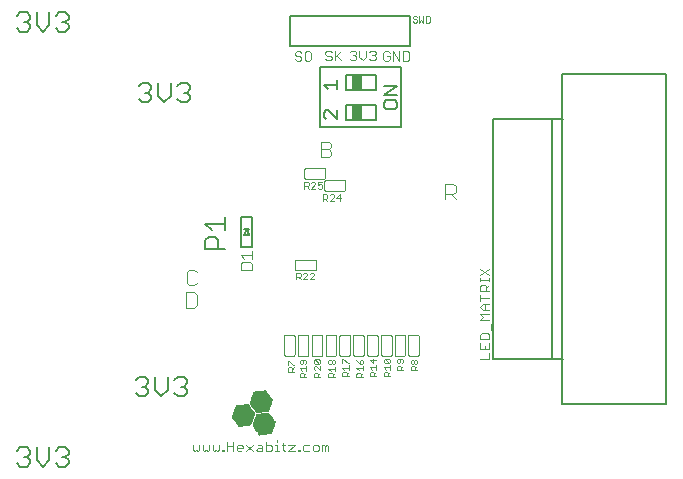
<source format=gbr>
G04 EAGLE Gerber RS-274X export*
G75*
%MOMM*%
%FSLAX34Y34*%
%LPD*%
%INSilkscreen Top*%
%IPPOS*%
%AMOC8*
5,1,8,0,0,1.08239X$1,22.5*%
G01*
%ADD10C,0.076200*%
%ADD11R,0.014731X0.014731*%
%ADD12R,0.147319X0.014731*%
%ADD13R,0.265175X0.014731*%
%ADD14R,0.383031X0.014731*%
%ADD15R,0.515619X0.014731*%
%ADD16R,0.633475X0.014731*%
%ADD17R,0.751331X0.014731*%
%ADD18R,0.883919X0.014731*%
%ADD19R,1.001775X0.014731*%
%ADD20R,1.119631X0.014731*%
%ADD21R,1.134363X0.014731*%
%ADD22R,1.149094X0.014731*%
%ADD23R,1.163825X0.014731*%
%ADD24R,1.178556X0.014731*%
%ADD25R,1.193288X0.014731*%
%ADD26R,1.222756X0.014731*%
%ADD27R,1.237488X0.014731*%
%ADD28R,1.266950X0.014731*%
%ADD29R,1.281681X0.014731*%
%ADD30R,1.311144X0.014731*%
%ADD31R,1.325881X0.014731*%
%ADD32R,1.355344X0.014731*%
%ADD33R,1.370075X0.014731*%
%ADD34R,1.384806X0.014731*%
%ADD35R,1.399538X0.014731*%
%ADD36R,1.414275X0.014731*%
%ADD37R,1.443738X0.014731*%
%ADD38R,1.458469X0.014731*%
%ADD39R,1.487931X0.014731*%
%ADD40R,1.502663X0.014731*%
%ADD41R,1.517394X0.014731*%
%ADD42R,1.532125X0.014731*%
%ADD43R,1.546856X0.014731*%
%ADD44R,1.576319X0.014731*%
%ADD45R,1.605788X0.014731*%
%ADD46R,1.620519X0.014731*%
%ADD47R,1.649981X0.014731*%
%ADD48R,1.664713X0.014731*%
%ADD49R,1.694175X0.014731*%
%ADD50R,1.708913X0.014731*%
%ADD51R,1.738375X0.014731*%
%ADD52R,1.753106X0.014731*%
%ADD53R,1.767838X0.014731*%
%ADD54R,1.782569X0.014731*%
%ADD55R,1.797306X0.014731*%
%ADD56R,0.117856X0.014731*%
%ADD57R,1.826769X0.014731*%
%ADD58R,0.235713X0.014731*%
%ADD59R,0.353569X0.014731*%
%ADD60R,1.856231X0.014731*%
%ADD61R,0.486156X0.014731*%
%ADD62R,1.870963X0.014731*%
%ADD63R,0.604013X0.014731*%
%ADD64R,0.721869X0.014731*%
%ADD65R,1.885694X0.014731*%
%ADD66R,0.839719X0.014731*%
%ADD67R,0.972306X0.014731*%
%ADD68R,1.090169X0.014731*%
%ADD69R,1.208025X0.014731*%
%ADD70R,1.252219X0.014731*%
%ADD71R,1.296412X0.014731*%
%ADD72R,1.340612X0.014731*%
%ADD73R,1.826763X0.014731*%
%ADD74R,1.414269X0.014731*%
%ADD75R,1.812031X0.014731*%
%ADD76R,1.429000X0.014731*%
%ADD77R,1.458462X0.014731*%
%ADD78R,1.473200X0.014731*%
%ADD79R,1.723644X0.014731*%
%ADD80R,1.694181X0.014731*%
%ADD81R,1.679450X0.014731*%
%ADD82R,1.561594X0.014731*%
%ADD83R,1.576325X0.014731*%
%ADD84R,1.591056X0.014731*%
%ADD85R,1.635250X0.014731*%
%ADD86R,1.561588X0.014731*%
%ADD87R,1.443731X0.014731*%
%ADD88R,1.797300X0.014731*%
%ADD89R,1.841500X0.014731*%
%ADD90R,1.311150X0.014731*%
%ADD91R,1.296419X0.014731*%
%ADD92R,1.193294X0.014731*%
%ADD93R,0.957575X0.014731*%
%ADD94R,0.589281X0.014731*%
%ADD95R,0.471425X0.014731*%
%ADD96R,0.220975X0.014731*%
%ADD97R,1.812038X0.014731*%
%ADD98R,0.103119X0.014731*%
%ADD99R,0.029463X0.014731*%
%ADD100R,0.162050X0.014731*%
%ADD101R,0.397763X0.014731*%
%ADD102R,0.648206X0.014731*%
%ADD103R,1.679444X0.014731*%
%ADD104R,1.016506X0.014731*%
%ADD105R,1.104900X0.014731*%
%ADD106R,1.222750X0.014731*%
%ADD107R,1.429006X0.014731*%
%ADD108R,1.208019X0.014731*%
%ADD109R,0.987044X0.014731*%
%ADD110R,0.854456X0.014731*%
%ADD111R,0.618744X0.014731*%
%ADD112R,0.500888X0.014731*%
%ADD113R,0.368300X0.014731*%
%ADD114R,0.132587X0.014731*%
%ADD115R,1.664719X0.014731*%
%ADD116R,1.075438X0.014731*%
%ADD117R,0.942844X0.014731*%
%ADD118R,0.707131X0.014731*%
%ADD119R,0.456694X0.014731*%
%ADD120R,0.088388X0.014731*%
%ADD121C,0.101600*%
%ADD122C,0.152400*%
%ADD123C,0.127000*%
%ADD124R,0.635000X1.270000*%


D10*
X-55837Y154480D02*
X-57193Y155836D01*
X-59905Y155836D01*
X-61260Y154480D01*
X-61260Y149057D01*
X-59905Y147701D01*
X-57193Y147701D01*
X-55837Y149057D01*
X-55837Y151768D01*
X-58549Y151768D01*
X-53075Y147701D02*
X-53075Y155836D01*
X-47651Y147701D01*
X-47651Y155836D01*
X-44889Y155836D02*
X-44889Y147701D01*
X-40821Y147701D01*
X-39466Y149057D01*
X-39466Y154480D01*
X-40821Y155836D01*
X-44889Y155836D01*
X-105055Y154607D02*
X-106411Y155963D01*
X-109123Y155963D01*
X-110479Y154607D01*
X-110479Y153251D01*
X-109123Y151895D01*
X-106411Y151895D01*
X-105055Y150540D01*
X-105055Y149184D01*
X-106411Y147828D01*
X-109123Y147828D01*
X-110479Y149184D01*
X-102293Y147828D02*
X-102293Y155963D01*
X-102293Y150540D02*
X-96870Y155963D01*
X-100937Y151895D02*
X-96870Y147828D01*
X-130709Y154099D02*
X-132065Y155455D01*
X-134777Y155455D01*
X-136133Y154099D01*
X-136133Y152743D01*
X-134777Y151387D01*
X-132065Y151387D01*
X-130709Y150032D01*
X-130709Y148676D01*
X-132065Y147320D01*
X-134777Y147320D01*
X-136133Y148676D01*
X-126591Y155455D02*
X-123879Y155455D01*
X-126591Y155455D02*
X-127947Y154099D01*
X-127947Y148676D01*
X-126591Y147320D01*
X-123879Y147320D01*
X-122524Y148676D01*
X-122524Y154099D01*
X-123879Y155455D01*
X-89708Y154861D02*
X-88353Y156217D01*
X-85641Y156217D01*
X-84285Y154861D01*
X-84285Y153505D01*
X-85641Y152149D01*
X-86997Y152149D01*
X-85641Y152149D02*
X-84285Y150794D01*
X-84285Y149438D01*
X-85641Y148082D01*
X-88353Y148082D01*
X-89708Y149438D01*
X-81523Y150794D02*
X-81523Y156217D01*
X-81523Y150794D02*
X-78811Y148082D01*
X-76099Y150794D01*
X-76099Y156217D01*
X-73337Y154861D02*
X-71981Y156217D01*
X-69269Y156217D01*
X-67914Y154861D01*
X-67914Y153505D01*
X-69269Y152149D01*
X-70625Y152149D01*
X-69269Y152149D02*
X-67914Y150794D01*
X-67914Y149438D01*
X-69269Y148082D01*
X-71981Y148082D01*
X-73337Y149438D01*
D11*
X-166174Y-169774D03*
D12*
X-165659Y-169626D03*
D13*
X-165070Y-169479D03*
D14*
X-164628Y-169332D03*
D15*
X-164112Y-169184D03*
D16*
X-163670Y-169037D03*
D17*
X-163081Y-168890D03*
D18*
X-162565Y-168742D03*
D19*
X-162123Y-168595D03*
D20*
X-161681Y-168448D03*
D21*
X-161608Y-168300D03*
D22*
X-161681Y-168153D03*
D23*
X-161755Y-168006D03*
D24*
X-161681Y-167858D03*
D25*
X-161755Y-167711D03*
D26*
X-161755Y-167564D03*
D27*
X-161829Y-167416D03*
X-161829Y-167269D03*
D28*
X-161829Y-167122D03*
D29*
X-161902Y-166975D03*
D30*
X-161902Y-166827D03*
X-161902Y-166680D03*
D31*
X-161976Y-166533D03*
D32*
X-161976Y-166385D03*
D33*
X-162050Y-166238D03*
D34*
X-161976Y-166091D03*
D35*
X-162049Y-165943D03*
D36*
X-162123Y-165796D03*
D37*
X-162123Y-165649D03*
X-162123Y-165501D03*
D38*
X-162197Y-165354D03*
D39*
X-162197Y-165207D03*
D40*
X-162270Y-165059D03*
D41*
X-162197Y-164912D03*
D42*
X-162270Y-164765D03*
D43*
X-162344Y-164617D03*
D44*
X-162344Y-164470D03*
X-162344Y-164323D03*
D45*
X-162344Y-164175D03*
D46*
X-162418Y-164028D03*
X-162418Y-163881D03*
D47*
X-162418Y-163733D03*
D48*
X-162491Y-163586D03*
D49*
X-162491Y-163439D03*
X-162491Y-163292D03*
D50*
X-162565Y-163144D03*
D51*
X-162565Y-162997D03*
D52*
X-162639Y-162850D03*
D53*
X-162565Y-162702D03*
D54*
X-162639Y-162555D03*
D55*
X-162712Y-162408D03*
D56*
X-183190Y-162408D03*
D57*
X-162712Y-162260D03*
D58*
X-182601Y-162260D03*
D57*
X-162712Y-162113D03*
D59*
X-182159Y-162113D03*
D60*
X-162712Y-161966D03*
D61*
X-181643Y-161966D03*
D62*
X-162786Y-161818D03*
D63*
X-181201Y-161818D03*
D62*
X-162786Y-161671D03*
D64*
X-180612Y-161671D03*
D65*
X-162712Y-161524D03*
D66*
X-180170Y-161524D03*
D65*
X-162712Y-161376D03*
D67*
X-179654Y-161376D03*
D62*
X-162639Y-161229D03*
D68*
X-179212Y-161229D03*
D65*
X-162565Y-161082D03*
D20*
X-179065Y-161082D03*
D65*
X-162565Y-160934D03*
D22*
X-179065Y-160934D03*
D65*
X-162418Y-160787D03*
D23*
X-179139Y-160787D03*
D65*
X-162418Y-160640D03*
D24*
X-179212Y-160640D03*
D62*
X-162344Y-160492D03*
D25*
X-179139Y-160492D03*
D65*
X-162270Y-160345D03*
D69*
X-179212Y-160345D03*
D65*
X-162270Y-160198D03*
D27*
X-179212Y-160198D03*
D65*
X-162123Y-160050D03*
D70*
X-179286Y-160050D03*
D65*
X-162123Y-159903D03*
D70*
X-179286Y-159903D03*
D62*
X-162050Y-159756D03*
D29*
X-179286Y-159756D03*
D65*
X-161976Y-159609D03*
D71*
X-179360Y-159609D03*
D65*
X-161976Y-159461D03*
D31*
X-179360Y-159461D03*
D65*
X-161829Y-159314D03*
D31*
X-179360Y-159314D03*
D65*
X-161829Y-159167D03*
D72*
X-179433Y-159167D03*
D62*
X-161755Y-159019D03*
D33*
X-179433Y-159019D03*
D60*
X-161829Y-158872D03*
D34*
X-179507Y-158872D03*
D60*
X-161829Y-158725D03*
D35*
X-179433Y-158725D03*
D73*
X-161829Y-158577D03*
D74*
X-179507Y-158577D03*
D75*
X-161902Y-158430D03*
D76*
X-179581Y-158430D03*
D54*
X-161902Y-158283D03*
D77*
X-179581Y-158283D03*
D54*
X-161902Y-158135D03*
D77*
X-179581Y-158135D03*
D53*
X-161976Y-157988D03*
D78*
X-179654Y-157988D03*
D51*
X-161976Y-157841D03*
D40*
X-179654Y-157841D03*
D79*
X-162050Y-157693D03*
D40*
X-179654Y-157693D03*
D50*
X-161976Y-157546D03*
D42*
X-179654Y-157546D03*
D80*
X-162050Y-157399D03*
D43*
X-179728Y-157399D03*
D81*
X-162123Y-157251D03*
D82*
X-179802Y-157251D03*
D47*
X-162123Y-157104D03*
D83*
X-179728Y-157104D03*
D47*
X-162123Y-156957D03*
D84*
X-179802Y-156957D03*
D85*
X-162197Y-156809D03*
D46*
X-179802Y-156809D03*
D45*
X-162197Y-156662D03*
D85*
X-179875Y-156662D03*
D45*
X-162197Y-156515D03*
D85*
X-179875Y-156515D03*
D83*
X-162197Y-156367D03*
D48*
X-179875Y-156367D03*
D86*
X-162270Y-156220D03*
D81*
X-179949Y-156220D03*
D43*
X-162344Y-156073D03*
D50*
X-179949Y-156073D03*
D42*
X-162270Y-155926D03*
D50*
X-179949Y-155926D03*
D41*
X-162344Y-155778D03*
D79*
X-180023Y-155778D03*
D39*
X-162344Y-155631D03*
D52*
X-180023Y-155631D03*
D78*
X-162418Y-155484D03*
D53*
X-180096Y-155484D03*
D78*
X-162418Y-155336D03*
D54*
X-180023Y-155336D03*
D87*
X-162418Y-155189D03*
D88*
X-180096Y-155189D03*
D76*
X-162491Y-155042D03*
D75*
X-180170Y-155042D03*
D35*
X-162491Y-154894D03*
D89*
X-180170Y-154894D03*
D35*
X-162491Y-154747D03*
D89*
X-180170Y-154747D03*
D34*
X-162565Y-154600D03*
D62*
X-180170Y-154600D03*
D32*
X-162565Y-154452D03*
D65*
X-180244Y-154452D03*
D72*
X-162639Y-154305D03*
D62*
X-180170Y-154305D03*
D31*
X-162565Y-154158D03*
D65*
X-180096Y-154158D03*
D90*
X-162639Y-154010D03*
D65*
X-180096Y-154010D03*
D91*
X-162712Y-153863D03*
D62*
X-180023Y-153863D03*
D28*
X-162712Y-153716D03*
D65*
X-179949Y-153716D03*
D28*
X-162712Y-153568D03*
D65*
X-179949Y-153568D03*
D70*
X-162786Y-153421D03*
D65*
X-179802Y-153421D03*
D26*
X-162786Y-153274D03*
D65*
X-179802Y-153274D03*
D69*
X-162860Y-153126D03*
D62*
X-179728Y-153126D03*
D92*
X-162786Y-152979D03*
D65*
X-179654Y-152979D03*
D24*
X-162860Y-152832D03*
D65*
X-179654Y-152832D03*
D23*
X-162933Y-152684D03*
D65*
X-179507Y-152684D03*
D22*
X-162860Y-152537D03*
D65*
X-179507Y-152537D03*
D21*
X-162933Y-152390D03*
D62*
X-179433Y-152390D03*
D68*
X-162860Y-152243D03*
D65*
X-179360Y-152243D03*
D93*
X-162344Y-152095D03*
D65*
X-179360Y-152095D03*
D66*
X-161755Y-151948D03*
D65*
X-179212Y-151948D03*
D64*
X-161313Y-151801D03*
D65*
X-179212Y-151801D03*
D94*
X-160797Y-151653D03*
D60*
X-179212Y-151653D03*
D95*
X-160355Y-151506D03*
D89*
X-179286Y-151506D03*
D59*
X-159766Y-151359D03*
D89*
X-179286Y-151359D03*
D96*
X-159250Y-151211D03*
D97*
X-179286Y-151211D03*
D98*
X-158808Y-151064D03*
D55*
X-179360Y-151064D03*
D99*
X-168605Y-150917D03*
D54*
X-179286Y-150917D03*
D100*
X-168090Y-150769D03*
D53*
X-179360Y-150769D03*
D13*
X-167574Y-150622D03*
D52*
X-179433Y-150622D03*
D101*
X-167058Y-150475D03*
D79*
X-179433Y-150475D03*
D15*
X-166616Y-150327D03*
D79*
X-179433Y-150327D03*
D102*
X-166101Y-150180D03*
D80*
X-179433Y-150180D03*
D17*
X-165585Y-150033D03*
D103*
X-179507Y-150033D03*
D18*
X-165070Y-149885D03*
D48*
X-179581Y-149885D03*
D104*
X-164554Y-149738D03*
D47*
X-179507Y-149738D03*
D105*
X-164112Y-149591D03*
D85*
X-179581Y-149591D03*
D21*
X-164112Y-149443D03*
D46*
X-179654Y-149443D03*
D22*
X-164186Y-149296D03*
D84*
X-179654Y-149296D03*
D23*
X-164259Y-149149D03*
D84*
X-179654Y-149149D03*
D24*
X-164186Y-149001D03*
D86*
X-179654Y-149001D03*
D25*
X-164259Y-148854D03*
D43*
X-179728Y-148854D03*
D106*
X-164259Y-148707D03*
D42*
X-179802Y-148707D03*
D27*
X-164333Y-148560D03*
D41*
X-179728Y-148560D03*
D27*
X-164333Y-148412D03*
D40*
X-179802Y-148412D03*
D28*
X-164333Y-148265D03*
D78*
X-179802Y-148265D03*
D29*
X-164407Y-148118D03*
D38*
X-179875Y-148118D03*
D30*
X-164407Y-147970D03*
D38*
X-179875Y-147970D03*
D30*
X-164407Y-147823D03*
D107*
X-179875Y-147823D03*
D31*
X-164480Y-147676D03*
D74*
X-179949Y-147676D03*
D32*
X-164480Y-147528D03*
D34*
X-179949Y-147528D03*
D33*
X-164554Y-147381D03*
D34*
X-179949Y-147381D03*
X-164480Y-147234D03*
D33*
X-180023Y-147234D03*
D35*
X-164554Y-147086D03*
D72*
X-180023Y-147086D03*
D74*
X-164628Y-146939D03*
D72*
X-180023Y-146939D03*
D37*
X-164628Y-146792D03*
D90*
X-180023Y-146792D03*
D37*
X-164628Y-146644D03*
D71*
X-180096Y-146644D03*
D78*
X-164628Y-146497D03*
D29*
X-180170Y-146497D03*
D39*
X-164701Y-146350D03*
D28*
X-180096Y-146350D03*
D40*
X-164775Y-146202D03*
D70*
X-180170Y-146202D03*
D41*
X-164701Y-146055D03*
D26*
X-180170Y-146055D03*
D42*
X-164775Y-145908D03*
D108*
X-180244Y-145908D03*
D86*
X-164775Y-145760D03*
D108*
X-180244Y-145760D03*
D44*
X-164849Y-145613D03*
D24*
X-180244Y-145613D03*
D44*
X-164849Y-145466D03*
D23*
X-180317Y-145466D03*
D45*
X-164849Y-145318D03*
D22*
X-180391Y-145318D03*
D46*
X-164922Y-145171D03*
D21*
X-180317Y-145171D03*
D46*
X-164922Y-145024D03*
D105*
X-180317Y-145024D03*
D47*
X-164922Y-144877D03*
D109*
X-179875Y-144877D03*
D48*
X-164996Y-144729D03*
D110*
X-179360Y-144729D03*
D49*
X-164996Y-144582D03*
D17*
X-178844Y-144582D03*
D49*
X-164996Y-144435D03*
D111*
X-178328Y-144435D03*
D50*
X-165070Y-144287D03*
D112*
X-177886Y-144287D03*
D51*
X-165070Y-144140D03*
D113*
X-177371Y-144140D03*
D52*
X-165143Y-143993D03*
D13*
X-176855Y-143993D03*
D53*
X-165070Y-143845D03*
D114*
X-176340Y-143845D03*
D54*
X-165143Y-143698D03*
D11*
X-175898Y-143698D03*
D55*
X-165217Y-143551D03*
D57*
X-165217Y-143403D03*
X-165217Y-143256D03*
D60*
X-165217Y-143109D03*
D62*
X-165291Y-142961D03*
X-165291Y-142814D03*
D65*
X-165217Y-142667D03*
X-165217Y-142519D03*
X-165070Y-142372D03*
X-165070Y-142225D03*
D62*
X-164996Y-142077D03*
D65*
X-164922Y-141930D03*
X-164922Y-141783D03*
X-164775Y-141635D03*
X-164775Y-141488D03*
D62*
X-164701Y-141341D03*
D65*
X-164628Y-141194D03*
X-164628Y-141046D03*
D62*
X-164554Y-140899D03*
D65*
X-164480Y-140752D03*
X-164480Y-140604D03*
X-164333Y-140457D03*
X-164333Y-140310D03*
D62*
X-164259Y-140162D03*
D60*
X-164333Y-140015D03*
X-164333Y-139868D03*
D73*
X-164333Y-139720D03*
D75*
X-164407Y-139573D03*
D54*
X-164407Y-139426D03*
X-164407Y-139278D03*
D53*
X-164480Y-139131D03*
D51*
X-164480Y-138984D03*
D79*
X-164554Y-138836D03*
D50*
X-164480Y-138689D03*
D80*
X-164554Y-138542D03*
D81*
X-164628Y-138394D03*
D115*
X-164554Y-138247D03*
D47*
X-164628Y-138100D03*
D46*
X-164628Y-137952D03*
D45*
X-164701Y-137805D03*
X-164701Y-137658D03*
D83*
X-164701Y-137511D03*
D86*
X-164775Y-137363D03*
D42*
X-164775Y-137216D03*
X-164775Y-137069D03*
D41*
X-164849Y-136921D03*
D39*
X-164849Y-136774D03*
D78*
X-164922Y-136627D03*
X-164922Y-136479D03*
D87*
X-164922Y-136332D03*
D76*
X-164996Y-136185D03*
D35*
X-164996Y-136037D03*
X-164996Y-135890D03*
D34*
X-165070Y-135743D03*
D32*
X-165070Y-135595D03*
D72*
X-165143Y-135448D03*
D31*
X-165070Y-135301D03*
D90*
X-165143Y-135153D03*
D91*
X-165217Y-135006D03*
D28*
X-165217Y-134859D03*
X-165217Y-134711D03*
D27*
X-165217Y-134564D03*
D26*
X-165291Y-134417D03*
D69*
X-165364Y-134269D03*
D92*
X-165291Y-134122D03*
D24*
X-165364Y-133975D03*
D22*
X-165364Y-133828D03*
X-165364Y-133680D03*
D21*
X-165438Y-133533D03*
D116*
X-165291Y-133386D03*
D117*
X-164775Y-133238D03*
D66*
X-164259Y-133091D03*
D118*
X-163744Y-132944D03*
D94*
X-163302Y-132796D03*
D119*
X-162786Y-132649D03*
D59*
X-162270Y-132502D03*
D96*
X-161755Y-132354D03*
D120*
X-161239Y-132207D03*
D121*
X-222250Y-177626D02*
X-222250Y-181567D01*
X-220937Y-182880D01*
X-219623Y-181567D01*
X-218310Y-182880D01*
X-216996Y-181567D01*
X-216996Y-177626D01*
X-214064Y-177626D02*
X-214064Y-181567D01*
X-212751Y-182880D01*
X-211437Y-181567D01*
X-210124Y-182880D01*
X-208810Y-181567D01*
X-208810Y-177626D01*
X-205878Y-177626D02*
X-205878Y-181567D01*
X-204565Y-182880D01*
X-203252Y-181567D01*
X-201938Y-182880D01*
X-200625Y-181567D01*
X-200625Y-177626D01*
X-197693Y-181567D02*
X-197693Y-182880D01*
X-197693Y-181567D02*
X-196379Y-181567D01*
X-196379Y-182880D01*
X-197693Y-182880D01*
X-193600Y-182880D02*
X-193600Y-174999D01*
X-193600Y-178940D02*
X-188346Y-178940D01*
X-188346Y-182880D02*
X-188346Y-174999D01*
X-184101Y-182880D02*
X-181474Y-182880D01*
X-184101Y-182880D02*
X-185414Y-181567D01*
X-185414Y-178940D01*
X-184101Y-177626D01*
X-181474Y-177626D01*
X-180160Y-178940D01*
X-180160Y-180253D01*
X-185414Y-180253D01*
X-177228Y-177626D02*
X-171974Y-182880D01*
X-177228Y-182880D02*
X-171974Y-177626D01*
X-167729Y-177626D02*
X-165102Y-177626D01*
X-163789Y-178940D01*
X-163789Y-182880D01*
X-167729Y-182880D01*
X-169042Y-181567D01*
X-167729Y-180253D01*
X-163789Y-180253D01*
X-160857Y-182880D02*
X-160857Y-174999D01*
X-160857Y-182880D02*
X-156916Y-182880D01*
X-155603Y-181567D01*
X-155603Y-178940D01*
X-156916Y-177626D01*
X-160857Y-177626D01*
X-152671Y-177626D02*
X-151357Y-177626D01*
X-151357Y-182880D01*
X-150044Y-182880D02*
X-152671Y-182880D01*
X-151357Y-174999D02*
X-151357Y-173686D01*
X-145900Y-176313D02*
X-145900Y-181567D01*
X-144587Y-182880D01*
X-144587Y-177626D02*
X-147214Y-177626D01*
X-141757Y-177626D02*
X-136503Y-177626D01*
X-141757Y-182880D01*
X-136503Y-182880D01*
X-133571Y-182880D02*
X-133571Y-181567D01*
X-132257Y-181567D01*
X-132257Y-182880D01*
X-133571Y-182880D01*
X-128164Y-177626D02*
X-124224Y-177626D01*
X-128164Y-177626D02*
X-129478Y-178940D01*
X-129478Y-181567D01*
X-128164Y-182880D01*
X-124224Y-182880D01*
X-119979Y-182880D02*
X-117352Y-182880D01*
X-116038Y-181567D01*
X-116038Y-178940D01*
X-117352Y-177626D01*
X-119979Y-177626D01*
X-121292Y-178940D01*
X-121292Y-181567D01*
X-119979Y-182880D01*
X-113106Y-182880D02*
X-113106Y-177626D01*
X-111793Y-177626D01*
X-110479Y-178940D01*
X-110479Y-182880D01*
X-110479Y-178940D02*
X-109166Y-177626D01*
X-107852Y-178940D01*
X-107852Y-182880D01*
D122*
X-268478Y126080D02*
X-265766Y128792D01*
X-260343Y128792D01*
X-257631Y126080D01*
X-257631Y123369D01*
X-260343Y120657D01*
X-263055Y120657D01*
X-260343Y120657D02*
X-257631Y117945D01*
X-257631Y115234D01*
X-260343Y112522D01*
X-265766Y112522D01*
X-268478Y115234D01*
X-252106Y117945D02*
X-252106Y128792D01*
X-252106Y117945D02*
X-246683Y112522D01*
X-241260Y117945D01*
X-241260Y128792D01*
X-235735Y126080D02*
X-233023Y128792D01*
X-227600Y128792D01*
X-224888Y126080D01*
X-224888Y123369D01*
X-227600Y120657D01*
X-230312Y120657D01*
X-227600Y120657D02*
X-224888Y117945D01*
X-224888Y115234D01*
X-227600Y112522D01*
X-233023Y112522D01*
X-235735Y115234D01*
X-268306Y-120128D02*
X-271018Y-122840D01*
X-268306Y-120128D02*
X-262883Y-120128D01*
X-260171Y-122840D01*
X-260171Y-125551D01*
X-262883Y-128263D01*
X-265595Y-128263D01*
X-262883Y-128263D02*
X-260171Y-130975D01*
X-260171Y-133686D01*
X-262883Y-136398D01*
X-268306Y-136398D01*
X-271018Y-133686D01*
X-254646Y-130975D02*
X-254646Y-120128D01*
X-254646Y-130975D02*
X-249223Y-136398D01*
X-243800Y-130975D01*
X-243800Y-120128D01*
X-238275Y-122840D02*
X-235563Y-120128D01*
X-230140Y-120128D01*
X-227428Y-122840D01*
X-227428Y-125551D01*
X-230140Y-128263D01*
X-232852Y-128263D01*
X-230140Y-128263D02*
X-227428Y-130975D01*
X-227428Y-133686D01*
X-230140Y-136398D01*
X-235563Y-136398D01*
X-238275Y-133686D01*
X-368636Y-179818D02*
X-371348Y-182530D01*
X-368636Y-179818D02*
X-363213Y-179818D01*
X-360501Y-182530D01*
X-360501Y-185241D01*
X-363213Y-187953D01*
X-365925Y-187953D01*
X-363213Y-187953D02*
X-360501Y-190665D01*
X-360501Y-193376D01*
X-363213Y-196088D01*
X-368636Y-196088D01*
X-371348Y-193376D01*
X-354976Y-190665D02*
X-354976Y-179818D01*
X-354976Y-190665D02*
X-349553Y-196088D01*
X-344130Y-190665D01*
X-344130Y-179818D01*
X-338605Y-182530D02*
X-335893Y-179818D01*
X-330470Y-179818D01*
X-327758Y-182530D01*
X-327758Y-185241D01*
X-330470Y-187953D01*
X-333182Y-187953D01*
X-330470Y-187953D02*
X-327758Y-190665D01*
X-327758Y-193376D01*
X-330470Y-196088D01*
X-335893Y-196088D01*
X-338605Y-193376D01*
X-371348Y185770D02*
X-368636Y188482D01*
X-363213Y188482D01*
X-360501Y185770D01*
X-360501Y183059D01*
X-363213Y180347D01*
X-365925Y180347D01*
X-363213Y180347D02*
X-360501Y177635D01*
X-360501Y174924D01*
X-363213Y172212D01*
X-368636Y172212D01*
X-371348Y174924D01*
X-354976Y177635D02*
X-354976Y188482D01*
X-354976Y177635D02*
X-349553Y172212D01*
X-344130Y177635D01*
X-344130Y188482D01*
X-338605Y185770D02*
X-335893Y188482D01*
X-330470Y188482D01*
X-327758Y185770D01*
X-327758Y183059D01*
X-330470Y180347D01*
X-333182Y180347D01*
X-330470Y180347D02*
X-327758Y177635D01*
X-327758Y174924D01*
X-330470Y172212D01*
X-335893Y172212D01*
X-338605Y174924D01*
D121*
X-8763Y43445D02*
X-8763Y30226D01*
X-8763Y43445D02*
X-2153Y43445D01*
X50Y41242D01*
X50Y36836D01*
X-2153Y34632D01*
X-8763Y34632D01*
X-4357Y34632D02*
X50Y30226D01*
D122*
X-195707Y-12042D02*
X-211977Y-12042D01*
X-211977Y-3907D01*
X-209265Y-1196D01*
X-203842Y-1196D01*
X-201130Y-3907D01*
X-201130Y-12042D01*
X-206554Y4329D02*
X-211977Y9753D01*
X-195707Y9753D01*
X-195707Y15176D02*
X-195707Y4329D01*
D10*
X-144145Y-84328D02*
X-144214Y-84330D01*
X-144282Y-84335D01*
X-144350Y-84345D01*
X-144418Y-84358D01*
X-144485Y-84374D01*
X-144551Y-84394D01*
X-144615Y-84418D01*
X-144678Y-84445D01*
X-144740Y-84476D01*
X-144800Y-84510D01*
X-144858Y-84547D01*
X-144914Y-84587D01*
X-144967Y-84630D01*
X-145018Y-84676D01*
X-145067Y-84725D01*
X-145113Y-84776D01*
X-145156Y-84829D01*
X-145196Y-84885D01*
X-145233Y-84943D01*
X-145267Y-85003D01*
X-145298Y-85065D01*
X-145325Y-85128D01*
X-145349Y-85192D01*
X-145369Y-85258D01*
X-145385Y-85325D01*
X-145398Y-85393D01*
X-145408Y-85461D01*
X-145413Y-85529D01*
X-145415Y-85598D01*
X-144145Y-84328D02*
X-137795Y-84328D01*
X-137726Y-84330D01*
X-137658Y-84335D01*
X-137590Y-84345D01*
X-137522Y-84358D01*
X-137455Y-84374D01*
X-137389Y-84394D01*
X-137325Y-84418D01*
X-137262Y-84445D01*
X-137200Y-84476D01*
X-137140Y-84510D01*
X-137082Y-84547D01*
X-137026Y-84587D01*
X-136973Y-84630D01*
X-136922Y-84676D01*
X-136873Y-84725D01*
X-136827Y-84776D01*
X-136784Y-84829D01*
X-136744Y-84885D01*
X-136707Y-84943D01*
X-136673Y-85003D01*
X-136642Y-85065D01*
X-136615Y-85128D01*
X-136591Y-85192D01*
X-136571Y-85258D01*
X-136555Y-85325D01*
X-136542Y-85393D01*
X-136532Y-85461D01*
X-136527Y-85529D01*
X-136525Y-85598D01*
X-136525Y-100838D01*
X-136527Y-100907D01*
X-136532Y-100975D01*
X-136542Y-101043D01*
X-136555Y-101111D01*
X-136571Y-101178D01*
X-136591Y-101244D01*
X-136615Y-101308D01*
X-136642Y-101371D01*
X-136673Y-101433D01*
X-136707Y-101493D01*
X-136744Y-101551D01*
X-136784Y-101607D01*
X-136827Y-101660D01*
X-136873Y-101711D01*
X-136922Y-101760D01*
X-136973Y-101806D01*
X-137026Y-101849D01*
X-137082Y-101889D01*
X-137140Y-101926D01*
X-137200Y-101960D01*
X-137262Y-101991D01*
X-137325Y-102018D01*
X-137389Y-102042D01*
X-137455Y-102062D01*
X-137522Y-102078D01*
X-137590Y-102091D01*
X-137658Y-102101D01*
X-137726Y-102106D01*
X-137795Y-102108D01*
X-144145Y-102108D01*
X-144214Y-102106D01*
X-144282Y-102101D01*
X-144350Y-102091D01*
X-144418Y-102078D01*
X-144485Y-102062D01*
X-144551Y-102042D01*
X-144615Y-102018D01*
X-144678Y-101991D01*
X-144740Y-101960D01*
X-144800Y-101926D01*
X-144858Y-101889D01*
X-144914Y-101849D01*
X-144967Y-101806D01*
X-145018Y-101760D01*
X-145067Y-101711D01*
X-145113Y-101660D01*
X-145156Y-101607D01*
X-145196Y-101551D01*
X-145233Y-101493D01*
X-145267Y-101433D01*
X-145298Y-101371D01*
X-145325Y-101308D01*
X-145349Y-101244D01*
X-145369Y-101178D01*
X-145385Y-101111D01*
X-145398Y-101043D01*
X-145408Y-100975D01*
X-145413Y-100907D01*
X-145415Y-100838D01*
X-145415Y-85598D01*
X-141991Y-115620D02*
X-136652Y-115620D01*
X-141991Y-115620D02*
X-141991Y-112951D01*
X-141101Y-112061D01*
X-139321Y-112061D01*
X-138432Y-112951D01*
X-138432Y-115620D01*
X-138432Y-113841D02*
X-136652Y-112061D01*
X-141991Y-110007D02*
X-141991Y-106448D01*
X-141101Y-106448D01*
X-137542Y-110007D01*
X-136652Y-110007D01*
X-32639Y-102235D02*
X-32570Y-102233D01*
X-32502Y-102228D01*
X-32434Y-102218D01*
X-32366Y-102205D01*
X-32299Y-102189D01*
X-32233Y-102169D01*
X-32169Y-102145D01*
X-32106Y-102118D01*
X-32044Y-102087D01*
X-31984Y-102053D01*
X-31926Y-102016D01*
X-31870Y-101976D01*
X-31817Y-101933D01*
X-31766Y-101887D01*
X-31717Y-101838D01*
X-31671Y-101787D01*
X-31628Y-101734D01*
X-31588Y-101678D01*
X-31551Y-101620D01*
X-31517Y-101560D01*
X-31486Y-101498D01*
X-31459Y-101435D01*
X-31435Y-101371D01*
X-31415Y-101305D01*
X-31399Y-101238D01*
X-31386Y-101170D01*
X-31376Y-101102D01*
X-31371Y-101034D01*
X-31369Y-100965D01*
X-32639Y-102235D02*
X-38989Y-102235D01*
X-39058Y-102233D01*
X-39126Y-102228D01*
X-39194Y-102218D01*
X-39262Y-102205D01*
X-39329Y-102189D01*
X-39395Y-102169D01*
X-39459Y-102145D01*
X-39522Y-102118D01*
X-39584Y-102087D01*
X-39644Y-102053D01*
X-39702Y-102016D01*
X-39758Y-101976D01*
X-39811Y-101933D01*
X-39862Y-101887D01*
X-39911Y-101838D01*
X-39957Y-101787D01*
X-40000Y-101734D01*
X-40040Y-101678D01*
X-40077Y-101620D01*
X-40111Y-101560D01*
X-40142Y-101498D01*
X-40169Y-101435D01*
X-40193Y-101371D01*
X-40213Y-101305D01*
X-40229Y-101238D01*
X-40242Y-101170D01*
X-40252Y-101102D01*
X-40257Y-101034D01*
X-40259Y-100965D01*
X-40259Y-85725D01*
X-40257Y-85656D01*
X-40252Y-85588D01*
X-40242Y-85520D01*
X-40229Y-85452D01*
X-40213Y-85385D01*
X-40193Y-85319D01*
X-40169Y-85255D01*
X-40142Y-85192D01*
X-40111Y-85130D01*
X-40077Y-85070D01*
X-40040Y-85012D01*
X-40000Y-84956D01*
X-39957Y-84903D01*
X-39911Y-84852D01*
X-39862Y-84803D01*
X-39811Y-84757D01*
X-39758Y-84714D01*
X-39702Y-84674D01*
X-39644Y-84637D01*
X-39584Y-84603D01*
X-39522Y-84572D01*
X-39459Y-84545D01*
X-39395Y-84521D01*
X-39329Y-84501D01*
X-39262Y-84485D01*
X-39194Y-84472D01*
X-39126Y-84462D01*
X-39058Y-84457D01*
X-38989Y-84455D01*
X-32639Y-84455D01*
X-32570Y-84457D01*
X-32502Y-84462D01*
X-32434Y-84472D01*
X-32366Y-84485D01*
X-32299Y-84501D01*
X-32233Y-84521D01*
X-32169Y-84545D01*
X-32106Y-84572D01*
X-32044Y-84603D01*
X-31984Y-84637D01*
X-31926Y-84674D01*
X-31870Y-84714D01*
X-31817Y-84757D01*
X-31766Y-84803D01*
X-31717Y-84852D01*
X-31671Y-84903D01*
X-31628Y-84956D01*
X-31588Y-85012D01*
X-31551Y-85070D01*
X-31517Y-85130D01*
X-31486Y-85192D01*
X-31459Y-85255D01*
X-31435Y-85319D01*
X-31415Y-85385D01*
X-31399Y-85452D01*
X-31386Y-85520D01*
X-31376Y-85588D01*
X-31371Y-85656D01*
X-31369Y-85725D01*
X-31369Y-100965D01*
X-32512Y-114604D02*
X-37851Y-114604D01*
X-37851Y-111935D01*
X-36961Y-111045D01*
X-35181Y-111045D01*
X-34292Y-111935D01*
X-34292Y-114604D01*
X-34292Y-112825D02*
X-32512Y-111045D01*
X-36961Y-108991D02*
X-37851Y-108101D01*
X-37851Y-106322D01*
X-36961Y-105432D01*
X-36071Y-105432D01*
X-35181Y-106322D01*
X-34292Y-105432D01*
X-33402Y-105432D01*
X-32512Y-106322D01*
X-32512Y-108101D01*
X-33402Y-108991D01*
X-34292Y-108991D01*
X-35181Y-108101D01*
X-36071Y-108991D01*
X-36961Y-108991D01*
X-35181Y-108101D02*
X-35181Y-106322D01*
X-42926Y-100965D02*
X-42928Y-101034D01*
X-42933Y-101102D01*
X-42943Y-101170D01*
X-42956Y-101238D01*
X-42972Y-101305D01*
X-42992Y-101371D01*
X-43016Y-101435D01*
X-43043Y-101498D01*
X-43074Y-101560D01*
X-43108Y-101620D01*
X-43145Y-101678D01*
X-43185Y-101734D01*
X-43228Y-101787D01*
X-43274Y-101838D01*
X-43323Y-101887D01*
X-43374Y-101933D01*
X-43427Y-101976D01*
X-43483Y-102016D01*
X-43541Y-102053D01*
X-43601Y-102087D01*
X-43663Y-102118D01*
X-43726Y-102145D01*
X-43790Y-102169D01*
X-43856Y-102189D01*
X-43923Y-102205D01*
X-43991Y-102218D01*
X-44059Y-102228D01*
X-44127Y-102233D01*
X-44196Y-102235D01*
X-50546Y-102235D01*
X-50615Y-102233D01*
X-50683Y-102228D01*
X-50751Y-102218D01*
X-50819Y-102205D01*
X-50886Y-102189D01*
X-50952Y-102169D01*
X-51016Y-102145D01*
X-51079Y-102118D01*
X-51141Y-102087D01*
X-51201Y-102053D01*
X-51259Y-102016D01*
X-51315Y-101976D01*
X-51368Y-101933D01*
X-51419Y-101887D01*
X-51468Y-101838D01*
X-51514Y-101787D01*
X-51557Y-101734D01*
X-51597Y-101678D01*
X-51634Y-101620D01*
X-51668Y-101560D01*
X-51699Y-101498D01*
X-51726Y-101435D01*
X-51750Y-101371D01*
X-51770Y-101305D01*
X-51786Y-101238D01*
X-51799Y-101170D01*
X-51809Y-101102D01*
X-51814Y-101034D01*
X-51816Y-100965D01*
X-51816Y-85725D01*
X-51814Y-85656D01*
X-51809Y-85588D01*
X-51799Y-85520D01*
X-51786Y-85452D01*
X-51770Y-85385D01*
X-51750Y-85319D01*
X-51726Y-85255D01*
X-51699Y-85192D01*
X-51668Y-85130D01*
X-51634Y-85070D01*
X-51597Y-85012D01*
X-51557Y-84956D01*
X-51514Y-84903D01*
X-51468Y-84852D01*
X-51419Y-84803D01*
X-51368Y-84757D01*
X-51315Y-84714D01*
X-51259Y-84674D01*
X-51201Y-84637D01*
X-51141Y-84603D01*
X-51079Y-84572D01*
X-51016Y-84545D01*
X-50952Y-84521D01*
X-50886Y-84501D01*
X-50819Y-84485D01*
X-50751Y-84472D01*
X-50683Y-84462D01*
X-50615Y-84457D01*
X-50546Y-84455D01*
X-44196Y-84455D01*
X-44127Y-84457D01*
X-44059Y-84462D01*
X-43991Y-84472D01*
X-43923Y-84485D01*
X-43856Y-84501D01*
X-43790Y-84521D01*
X-43726Y-84545D01*
X-43663Y-84572D01*
X-43601Y-84603D01*
X-43541Y-84637D01*
X-43483Y-84674D01*
X-43427Y-84714D01*
X-43374Y-84757D01*
X-43323Y-84803D01*
X-43274Y-84852D01*
X-43228Y-84903D01*
X-43185Y-84956D01*
X-43145Y-85012D01*
X-43108Y-85070D01*
X-43074Y-85130D01*
X-43043Y-85192D01*
X-43016Y-85255D01*
X-42992Y-85319D01*
X-42972Y-85385D01*
X-42956Y-85452D01*
X-42943Y-85520D01*
X-42933Y-85588D01*
X-42928Y-85656D01*
X-42926Y-85725D01*
X-42926Y-100965D01*
X-44577Y-114223D02*
X-49916Y-114223D01*
X-49916Y-111554D01*
X-49026Y-110664D01*
X-47246Y-110664D01*
X-46357Y-111554D01*
X-46357Y-114223D01*
X-46357Y-112444D02*
X-44577Y-110664D01*
X-45467Y-108610D02*
X-44577Y-107720D01*
X-44577Y-105941D01*
X-45467Y-105051D01*
X-49026Y-105051D01*
X-49916Y-105941D01*
X-49916Y-107720D01*
X-49026Y-108610D01*
X-48136Y-108610D01*
X-47246Y-107720D01*
X-47246Y-105051D01*
X-54356Y-100965D02*
X-54358Y-101034D01*
X-54363Y-101102D01*
X-54373Y-101170D01*
X-54386Y-101238D01*
X-54402Y-101305D01*
X-54422Y-101371D01*
X-54446Y-101435D01*
X-54473Y-101498D01*
X-54504Y-101560D01*
X-54538Y-101620D01*
X-54575Y-101678D01*
X-54615Y-101734D01*
X-54658Y-101787D01*
X-54704Y-101838D01*
X-54753Y-101887D01*
X-54804Y-101933D01*
X-54857Y-101976D01*
X-54913Y-102016D01*
X-54971Y-102053D01*
X-55031Y-102087D01*
X-55093Y-102118D01*
X-55156Y-102145D01*
X-55220Y-102169D01*
X-55286Y-102189D01*
X-55353Y-102205D01*
X-55421Y-102218D01*
X-55489Y-102228D01*
X-55557Y-102233D01*
X-55626Y-102235D01*
X-61976Y-102235D01*
X-62045Y-102233D01*
X-62113Y-102228D01*
X-62181Y-102218D01*
X-62249Y-102205D01*
X-62316Y-102189D01*
X-62382Y-102169D01*
X-62446Y-102145D01*
X-62509Y-102118D01*
X-62571Y-102087D01*
X-62631Y-102053D01*
X-62689Y-102016D01*
X-62745Y-101976D01*
X-62798Y-101933D01*
X-62849Y-101887D01*
X-62898Y-101838D01*
X-62944Y-101787D01*
X-62987Y-101734D01*
X-63027Y-101678D01*
X-63064Y-101620D01*
X-63098Y-101560D01*
X-63129Y-101498D01*
X-63156Y-101435D01*
X-63180Y-101371D01*
X-63200Y-101305D01*
X-63216Y-101238D01*
X-63229Y-101170D01*
X-63239Y-101102D01*
X-63244Y-101034D01*
X-63246Y-100965D01*
X-63246Y-85725D01*
X-63244Y-85656D01*
X-63239Y-85588D01*
X-63229Y-85520D01*
X-63216Y-85452D01*
X-63200Y-85385D01*
X-63180Y-85319D01*
X-63156Y-85255D01*
X-63129Y-85192D01*
X-63098Y-85130D01*
X-63064Y-85070D01*
X-63027Y-85012D01*
X-62987Y-84956D01*
X-62944Y-84903D01*
X-62898Y-84852D01*
X-62849Y-84803D01*
X-62798Y-84757D01*
X-62745Y-84714D01*
X-62689Y-84674D01*
X-62631Y-84637D01*
X-62571Y-84603D01*
X-62509Y-84572D01*
X-62446Y-84545D01*
X-62382Y-84521D01*
X-62316Y-84501D01*
X-62249Y-84485D01*
X-62181Y-84472D01*
X-62113Y-84462D01*
X-62045Y-84457D01*
X-61976Y-84455D01*
X-55626Y-84455D01*
X-55557Y-84457D01*
X-55489Y-84462D01*
X-55421Y-84472D01*
X-55353Y-84485D01*
X-55286Y-84501D01*
X-55220Y-84521D01*
X-55156Y-84545D01*
X-55093Y-84572D01*
X-55031Y-84603D01*
X-54971Y-84637D01*
X-54913Y-84674D01*
X-54857Y-84714D01*
X-54804Y-84757D01*
X-54753Y-84803D01*
X-54704Y-84852D01*
X-54658Y-84903D01*
X-54615Y-84956D01*
X-54575Y-85012D01*
X-54538Y-85070D01*
X-54504Y-85130D01*
X-54473Y-85192D01*
X-54446Y-85255D01*
X-54422Y-85319D01*
X-54402Y-85385D01*
X-54386Y-85452D01*
X-54373Y-85520D01*
X-54363Y-85588D01*
X-54358Y-85656D01*
X-54356Y-85725D01*
X-54356Y-100965D01*
X-55499Y-119455D02*
X-60838Y-119455D01*
X-60838Y-116786D01*
X-59948Y-115896D01*
X-58168Y-115896D01*
X-57279Y-116786D01*
X-57279Y-119455D01*
X-57279Y-117676D02*
X-55499Y-115896D01*
X-59058Y-113842D02*
X-60838Y-112063D01*
X-55499Y-112063D01*
X-55499Y-113842D02*
X-55499Y-110283D01*
X-56389Y-108229D02*
X-59948Y-108229D01*
X-60838Y-107339D01*
X-60838Y-105560D01*
X-59948Y-104670D01*
X-56389Y-104670D01*
X-55499Y-105560D01*
X-55499Y-107339D01*
X-56389Y-108229D01*
X-59948Y-104670D01*
X-66167Y-100965D02*
X-66169Y-101034D01*
X-66174Y-101102D01*
X-66184Y-101170D01*
X-66197Y-101238D01*
X-66213Y-101305D01*
X-66233Y-101371D01*
X-66257Y-101435D01*
X-66284Y-101498D01*
X-66315Y-101560D01*
X-66349Y-101620D01*
X-66386Y-101678D01*
X-66426Y-101734D01*
X-66469Y-101787D01*
X-66515Y-101838D01*
X-66564Y-101887D01*
X-66615Y-101933D01*
X-66668Y-101976D01*
X-66724Y-102016D01*
X-66782Y-102053D01*
X-66842Y-102087D01*
X-66904Y-102118D01*
X-66967Y-102145D01*
X-67031Y-102169D01*
X-67097Y-102189D01*
X-67164Y-102205D01*
X-67232Y-102218D01*
X-67300Y-102228D01*
X-67368Y-102233D01*
X-67437Y-102235D01*
X-73787Y-102235D01*
X-73856Y-102233D01*
X-73924Y-102228D01*
X-73992Y-102218D01*
X-74060Y-102205D01*
X-74127Y-102189D01*
X-74193Y-102169D01*
X-74257Y-102145D01*
X-74320Y-102118D01*
X-74382Y-102087D01*
X-74442Y-102053D01*
X-74500Y-102016D01*
X-74556Y-101976D01*
X-74609Y-101933D01*
X-74660Y-101887D01*
X-74709Y-101838D01*
X-74755Y-101787D01*
X-74798Y-101734D01*
X-74838Y-101678D01*
X-74875Y-101620D01*
X-74909Y-101560D01*
X-74940Y-101498D01*
X-74967Y-101435D01*
X-74991Y-101371D01*
X-75011Y-101305D01*
X-75027Y-101238D01*
X-75040Y-101170D01*
X-75050Y-101102D01*
X-75055Y-101034D01*
X-75057Y-100965D01*
X-75057Y-85725D01*
X-75055Y-85656D01*
X-75050Y-85588D01*
X-75040Y-85520D01*
X-75027Y-85452D01*
X-75011Y-85385D01*
X-74991Y-85319D01*
X-74967Y-85255D01*
X-74940Y-85192D01*
X-74909Y-85130D01*
X-74875Y-85070D01*
X-74838Y-85012D01*
X-74798Y-84956D01*
X-74755Y-84903D01*
X-74709Y-84852D01*
X-74660Y-84803D01*
X-74609Y-84757D01*
X-74556Y-84714D01*
X-74500Y-84674D01*
X-74442Y-84637D01*
X-74382Y-84603D01*
X-74320Y-84572D01*
X-74257Y-84545D01*
X-74193Y-84521D01*
X-74127Y-84501D01*
X-74060Y-84485D01*
X-73992Y-84472D01*
X-73924Y-84462D01*
X-73856Y-84457D01*
X-73787Y-84455D01*
X-67437Y-84455D01*
X-67368Y-84457D01*
X-67300Y-84462D01*
X-67232Y-84472D01*
X-67164Y-84485D01*
X-67097Y-84501D01*
X-67031Y-84521D01*
X-66967Y-84545D01*
X-66904Y-84572D01*
X-66842Y-84603D01*
X-66782Y-84637D01*
X-66724Y-84674D01*
X-66668Y-84714D01*
X-66615Y-84757D01*
X-66564Y-84803D01*
X-66515Y-84852D01*
X-66469Y-84903D01*
X-66426Y-84956D01*
X-66386Y-85012D01*
X-66349Y-85070D01*
X-66315Y-85130D01*
X-66284Y-85192D01*
X-66257Y-85255D01*
X-66233Y-85319D01*
X-66213Y-85385D01*
X-66197Y-85452D01*
X-66184Y-85520D01*
X-66174Y-85588D01*
X-66169Y-85656D01*
X-66167Y-85725D01*
X-66167Y-100965D01*
X-67310Y-119455D02*
X-72649Y-119455D01*
X-72649Y-116786D01*
X-71759Y-115896D01*
X-69979Y-115896D01*
X-69090Y-116786D01*
X-69090Y-119455D01*
X-69090Y-117676D02*
X-67310Y-115896D01*
X-70869Y-113842D02*
X-72649Y-112063D01*
X-67310Y-112063D01*
X-67310Y-113842D02*
X-67310Y-110283D01*
X-67310Y-105560D02*
X-72649Y-105560D01*
X-69979Y-108229D01*
X-69979Y-104670D01*
X-77978Y-100965D02*
X-77980Y-101034D01*
X-77985Y-101102D01*
X-77995Y-101170D01*
X-78008Y-101238D01*
X-78024Y-101305D01*
X-78044Y-101371D01*
X-78068Y-101435D01*
X-78095Y-101498D01*
X-78126Y-101560D01*
X-78160Y-101620D01*
X-78197Y-101678D01*
X-78237Y-101734D01*
X-78280Y-101787D01*
X-78326Y-101838D01*
X-78375Y-101887D01*
X-78426Y-101933D01*
X-78479Y-101976D01*
X-78535Y-102016D01*
X-78593Y-102053D01*
X-78653Y-102087D01*
X-78715Y-102118D01*
X-78778Y-102145D01*
X-78842Y-102169D01*
X-78908Y-102189D01*
X-78975Y-102205D01*
X-79043Y-102218D01*
X-79111Y-102228D01*
X-79179Y-102233D01*
X-79248Y-102235D01*
X-85598Y-102235D01*
X-85667Y-102233D01*
X-85735Y-102228D01*
X-85803Y-102218D01*
X-85871Y-102205D01*
X-85938Y-102189D01*
X-86004Y-102169D01*
X-86068Y-102145D01*
X-86131Y-102118D01*
X-86193Y-102087D01*
X-86253Y-102053D01*
X-86311Y-102016D01*
X-86367Y-101976D01*
X-86420Y-101933D01*
X-86471Y-101887D01*
X-86520Y-101838D01*
X-86566Y-101787D01*
X-86609Y-101734D01*
X-86649Y-101678D01*
X-86686Y-101620D01*
X-86720Y-101560D01*
X-86751Y-101498D01*
X-86778Y-101435D01*
X-86802Y-101371D01*
X-86822Y-101305D01*
X-86838Y-101238D01*
X-86851Y-101170D01*
X-86861Y-101102D01*
X-86866Y-101034D01*
X-86868Y-100965D01*
X-86868Y-85725D01*
X-86866Y-85656D01*
X-86861Y-85588D01*
X-86851Y-85520D01*
X-86838Y-85452D01*
X-86822Y-85385D01*
X-86802Y-85319D01*
X-86778Y-85255D01*
X-86751Y-85192D01*
X-86720Y-85130D01*
X-86686Y-85070D01*
X-86649Y-85012D01*
X-86609Y-84956D01*
X-86566Y-84903D01*
X-86520Y-84852D01*
X-86471Y-84803D01*
X-86420Y-84757D01*
X-86367Y-84714D01*
X-86311Y-84674D01*
X-86253Y-84637D01*
X-86193Y-84603D01*
X-86131Y-84572D01*
X-86068Y-84545D01*
X-86004Y-84521D01*
X-85938Y-84501D01*
X-85871Y-84485D01*
X-85803Y-84472D01*
X-85735Y-84462D01*
X-85667Y-84457D01*
X-85598Y-84455D01*
X-79248Y-84455D01*
X-79179Y-84457D01*
X-79111Y-84462D01*
X-79043Y-84472D01*
X-78975Y-84485D01*
X-78908Y-84501D01*
X-78842Y-84521D01*
X-78778Y-84545D01*
X-78715Y-84572D01*
X-78653Y-84603D01*
X-78593Y-84637D01*
X-78535Y-84674D01*
X-78479Y-84714D01*
X-78426Y-84757D01*
X-78375Y-84803D01*
X-78326Y-84852D01*
X-78280Y-84903D01*
X-78237Y-84956D01*
X-78197Y-85012D01*
X-78160Y-85070D01*
X-78126Y-85130D01*
X-78095Y-85192D01*
X-78068Y-85255D01*
X-78044Y-85319D01*
X-78024Y-85385D01*
X-78008Y-85452D01*
X-77995Y-85520D01*
X-77985Y-85588D01*
X-77980Y-85656D01*
X-77978Y-85725D01*
X-77978Y-100965D01*
X-78740Y-120217D02*
X-84079Y-120217D01*
X-84079Y-117548D01*
X-83189Y-116658D01*
X-81409Y-116658D01*
X-80520Y-117548D01*
X-80520Y-120217D01*
X-80520Y-118438D02*
X-78740Y-116658D01*
X-82299Y-114604D02*
X-84079Y-112825D01*
X-78740Y-112825D01*
X-78740Y-114604D02*
X-78740Y-111045D01*
X-83189Y-107212D02*
X-84079Y-105432D01*
X-83189Y-107212D02*
X-81409Y-108991D01*
X-79630Y-108991D01*
X-78740Y-108101D01*
X-78740Y-106322D01*
X-79630Y-105432D01*
X-80520Y-105432D01*
X-81409Y-106322D01*
X-81409Y-108991D01*
X-89662Y-100965D02*
X-89664Y-101034D01*
X-89669Y-101102D01*
X-89679Y-101170D01*
X-89692Y-101238D01*
X-89708Y-101305D01*
X-89728Y-101371D01*
X-89752Y-101435D01*
X-89779Y-101498D01*
X-89810Y-101560D01*
X-89844Y-101620D01*
X-89881Y-101678D01*
X-89921Y-101734D01*
X-89964Y-101787D01*
X-90010Y-101838D01*
X-90059Y-101887D01*
X-90110Y-101933D01*
X-90163Y-101976D01*
X-90219Y-102016D01*
X-90277Y-102053D01*
X-90337Y-102087D01*
X-90399Y-102118D01*
X-90462Y-102145D01*
X-90526Y-102169D01*
X-90592Y-102189D01*
X-90659Y-102205D01*
X-90727Y-102218D01*
X-90795Y-102228D01*
X-90863Y-102233D01*
X-90932Y-102235D01*
X-97282Y-102235D01*
X-97351Y-102233D01*
X-97419Y-102228D01*
X-97487Y-102218D01*
X-97555Y-102205D01*
X-97622Y-102189D01*
X-97688Y-102169D01*
X-97752Y-102145D01*
X-97815Y-102118D01*
X-97877Y-102087D01*
X-97937Y-102053D01*
X-97995Y-102016D01*
X-98051Y-101976D01*
X-98104Y-101933D01*
X-98155Y-101887D01*
X-98204Y-101838D01*
X-98250Y-101787D01*
X-98293Y-101734D01*
X-98333Y-101678D01*
X-98370Y-101620D01*
X-98404Y-101560D01*
X-98435Y-101498D01*
X-98462Y-101435D01*
X-98486Y-101371D01*
X-98506Y-101305D01*
X-98522Y-101238D01*
X-98535Y-101170D01*
X-98545Y-101102D01*
X-98550Y-101034D01*
X-98552Y-100965D01*
X-98552Y-85725D01*
X-98550Y-85656D01*
X-98545Y-85588D01*
X-98535Y-85520D01*
X-98522Y-85452D01*
X-98506Y-85385D01*
X-98486Y-85319D01*
X-98462Y-85255D01*
X-98435Y-85192D01*
X-98404Y-85130D01*
X-98370Y-85070D01*
X-98333Y-85012D01*
X-98293Y-84956D01*
X-98250Y-84903D01*
X-98204Y-84852D01*
X-98155Y-84803D01*
X-98104Y-84757D01*
X-98051Y-84714D01*
X-97995Y-84674D01*
X-97937Y-84637D01*
X-97877Y-84603D01*
X-97815Y-84572D01*
X-97752Y-84545D01*
X-97688Y-84521D01*
X-97622Y-84501D01*
X-97555Y-84485D01*
X-97487Y-84472D01*
X-97419Y-84462D01*
X-97351Y-84457D01*
X-97282Y-84455D01*
X-90932Y-84455D01*
X-90863Y-84457D01*
X-90795Y-84462D01*
X-90727Y-84472D01*
X-90659Y-84485D01*
X-90592Y-84501D01*
X-90526Y-84521D01*
X-90462Y-84545D01*
X-90399Y-84572D01*
X-90337Y-84603D01*
X-90277Y-84637D01*
X-90219Y-84674D01*
X-90163Y-84714D01*
X-90110Y-84757D01*
X-90059Y-84803D01*
X-90010Y-84852D01*
X-89964Y-84903D01*
X-89921Y-84956D01*
X-89881Y-85012D01*
X-89844Y-85070D01*
X-89810Y-85130D01*
X-89779Y-85192D01*
X-89752Y-85255D01*
X-89728Y-85319D01*
X-89708Y-85385D01*
X-89692Y-85452D01*
X-89679Y-85520D01*
X-89669Y-85588D01*
X-89664Y-85656D01*
X-89662Y-85725D01*
X-89662Y-100965D01*
X-90678Y-119582D02*
X-96017Y-119582D01*
X-96017Y-116913D01*
X-95127Y-116023D01*
X-93347Y-116023D01*
X-92458Y-116913D01*
X-92458Y-119582D01*
X-92458Y-117803D02*
X-90678Y-116023D01*
X-94237Y-113969D02*
X-96017Y-112190D01*
X-90678Y-112190D01*
X-90678Y-113969D02*
X-90678Y-110410D01*
X-96017Y-108356D02*
X-96017Y-104797D01*
X-95127Y-104797D01*
X-91568Y-108356D01*
X-90678Y-108356D01*
X-101346Y-100965D02*
X-101348Y-101034D01*
X-101353Y-101102D01*
X-101363Y-101170D01*
X-101376Y-101238D01*
X-101392Y-101305D01*
X-101412Y-101371D01*
X-101436Y-101435D01*
X-101463Y-101498D01*
X-101494Y-101560D01*
X-101528Y-101620D01*
X-101565Y-101678D01*
X-101605Y-101734D01*
X-101648Y-101787D01*
X-101694Y-101838D01*
X-101743Y-101887D01*
X-101794Y-101933D01*
X-101847Y-101976D01*
X-101903Y-102016D01*
X-101961Y-102053D01*
X-102021Y-102087D01*
X-102083Y-102118D01*
X-102146Y-102145D01*
X-102210Y-102169D01*
X-102276Y-102189D01*
X-102343Y-102205D01*
X-102411Y-102218D01*
X-102479Y-102228D01*
X-102547Y-102233D01*
X-102616Y-102235D01*
X-108966Y-102235D01*
X-109035Y-102233D01*
X-109103Y-102228D01*
X-109171Y-102218D01*
X-109239Y-102205D01*
X-109306Y-102189D01*
X-109372Y-102169D01*
X-109436Y-102145D01*
X-109499Y-102118D01*
X-109561Y-102087D01*
X-109621Y-102053D01*
X-109679Y-102016D01*
X-109735Y-101976D01*
X-109788Y-101933D01*
X-109839Y-101887D01*
X-109888Y-101838D01*
X-109934Y-101787D01*
X-109977Y-101734D01*
X-110017Y-101678D01*
X-110054Y-101620D01*
X-110088Y-101560D01*
X-110119Y-101498D01*
X-110146Y-101435D01*
X-110170Y-101371D01*
X-110190Y-101305D01*
X-110206Y-101238D01*
X-110219Y-101170D01*
X-110229Y-101102D01*
X-110234Y-101034D01*
X-110236Y-100965D01*
X-110236Y-85725D01*
X-110234Y-85656D01*
X-110229Y-85588D01*
X-110219Y-85520D01*
X-110206Y-85452D01*
X-110190Y-85385D01*
X-110170Y-85319D01*
X-110146Y-85255D01*
X-110119Y-85192D01*
X-110088Y-85130D01*
X-110054Y-85070D01*
X-110017Y-85012D01*
X-109977Y-84956D01*
X-109934Y-84903D01*
X-109888Y-84852D01*
X-109839Y-84803D01*
X-109788Y-84757D01*
X-109735Y-84714D01*
X-109679Y-84674D01*
X-109621Y-84637D01*
X-109561Y-84603D01*
X-109499Y-84572D01*
X-109436Y-84545D01*
X-109372Y-84521D01*
X-109306Y-84501D01*
X-109239Y-84485D01*
X-109171Y-84472D01*
X-109103Y-84462D01*
X-109035Y-84457D01*
X-108966Y-84455D01*
X-102616Y-84455D01*
X-102547Y-84457D01*
X-102479Y-84462D01*
X-102411Y-84472D01*
X-102343Y-84485D01*
X-102276Y-84501D01*
X-102210Y-84521D01*
X-102146Y-84545D01*
X-102083Y-84572D01*
X-102021Y-84603D01*
X-101961Y-84637D01*
X-101903Y-84674D01*
X-101847Y-84714D01*
X-101794Y-84757D01*
X-101743Y-84803D01*
X-101694Y-84852D01*
X-101648Y-84903D01*
X-101605Y-84956D01*
X-101565Y-85012D01*
X-101528Y-85070D01*
X-101494Y-85130D01*
X-101463Y-85192D01*
X-101436Y-85255D01*
X-101412Y-85319D01*
X-101392Y-85385D01*
X-101376Y-85452D01*
X-101363Y-85520D01*
X-101353Y-85588D01*
X-101348Y-85656D01*
X-101346Y-85725D01*
X-101346Y-100965D01*
X-102489Y-120471D02*
X-107828Y-120471D01*
X-107828Y-117802D01*
X-106938Y-116912D01*
X-105158Y-116912D01*
X-104269Y-117802D01*
X-104269Y-120471D01*
X-104269Y-118692D02*
X-102489Y-116912D01*
X-106048Y-114858D02*
X-107828Y-113079D01*
X-102489Y-113079D01*
X-102489Y-114858D02*
X-102489Y-111299D01*
X-106938Y-109245D02*
X-107828Y-108355D01*
X-107828Y-106576D01*
X-106938Y-105686D01*
X-106048Y-105686D01*
X-105158Y-106576D01*
X-104269Y-105686D01*
X-103379Y-105686D01*
X-102489Y-106576D01*
X-102489Y-108355D01*
X-103379Y-109245D01*
X-104269Y-109245D01*
X-105158Y-108355D01*
X-106048Y-109245D01*
X-106938Y-109245D01*
X-105158Y-108355D02*
X-105158Y-106576D01*
X-132461Y-84455D02*
X-132530Y-84457D01*
X-132598Y-84462D01*
X-132666Y-84472D01*
X-132734Y-84485D01*
X-132801Y-84501D01*
X-132867Y-84521D01*
X-132931Y-84545D01*
X-132994Y-84572D01*
X-133056Y-84603D01*
X-133116Y-84637D01*
X-133174Y-84674D01*
X-133230Y-84714D01*
X-133283Y-84757D01*
X-133334Y-84803D01*
X-133383Y-84852D01*
X-133429Y-84903D01*
X-133472Y-84956D01*
X-133512Y-85012D01*
X-133549Y-85070D01*
X-133583Y-85130D01*
X-133614Y-85192D01*
X-133641Y-85255D01*
X-133665Y-85319D01*
X-133685Y-85385D01*
X-133701Y-85452D01*
X-133714Y-85520D01*
X-133724Y-85588D01*
X-133729Y-85656D01*
X-133731Y-85725D01*
X-132461Y-84455D02*
X-126111Y-84455D01*
X-126042Y-84457D01*
X-125974Y-84462D01*
X-125906Y-84472D01*
X-125838Y-84485D01*
X-125771Y-84501D01*
X-125705Y-84521D01*
X-125641Y-84545D01*
X-125578Y-84572D01*
X-125516Y-84603D01*
X-125456Y-84637D01*
X-125398Y-84674D01*
X-125342Y-84714D01*
X-125289Y-84757D01*
X-125238Y-84803D01*
X-125189Y-84852D01*
X-125143Y-84903D01*
X-125100Y-84956D01*
X-125060Y-85012D01*
X-125023Y-85070D01*
X-124989Y-85130D01*
X-124958Y-85192D01*
X-124931Y-85255D01*
X-124907Y-85319D01*
X-124887Y-85385D01*
X-124871Y-85452D01*
X-124858Y-85520D01*
X-124848Y-85588D01*
X-124843Y-85656D01*
X-124841Y-85725D01*
X-124841Y-100965D01*
X-124843Y-101034D01*
X-124848Y-101102D01*
X-124858Y-101170D01*
X-124871Y-101238D01*
X-124887Y-101305D01*
X-124907Y-101371D01*
X-124931Y-101435D01*
X-124958Y-101498D01*
X-124989Y-101560D01*
X-125023Y-101620D01*
X-125060Y-101678D01*
X-125100Y-101734D01*
X-125143Y-101787D01*
X-125189Y-101838D01*
X-125238Y-101887D01*
X-125289Y-101933D01*
X-125342Y-101976D01*
X-125398Y-102016D01*
X-125456Y-102053D01*
X-125516Y-102087D01*
X-125578Y-102118D01*
X-125641Y-102145D01*
X-125705Y-102169D01*
X-125771Y-102189D01*
X-125838Y-102205D01*
X-125906Y-102218D01*
X-125974Y-102228D01*
X-126042Y-102233D01*
X-126111Y-102235D01*
X-132461Y-102235D01*
X-132530Y-102233D01*
X-132598Y-102228D01*
X-132666Y-102218D01*
X-132734Y-102205D01*
X-132801Y-102189D01*
X-132867Y-102169D01*
X-132931Y-102145D01*
X-132994Y-102118D01*
X-133056Y-102087D01*
X-133116Y-102053D01*
X-133174Y-102016D01*
X-133230Y-101976D01*
X-133283Y-101933D01*
X-133334Y-101887D01*
X-133383Y-101838D01*
X-133429Y-101787D01*
X-133472Y-101734D01*
X-133512Y-101678D01*
X-133549Y-101620D01*
X-133583Y-101560D01*
X-133614Y-101498D01*
X-133641Y-101435D01*
X-133665Y-101371D01*
X-133685Y-101305D01*
X-133701Y-101238D01*
X-133714Y-101170D01*
X-133724Y-101102D01*
X-133729Y-101034D01*
X-133731Y-100965D01*
X-133731Y-85725D01*
X-131831Y-120344D02*
X-126492Y-120344D01*
X-131831Y-120344D02*
X-131831Y-117675D01*
X-130941Y-116785D01*
X-129161Y-116785D01*
X-128272Y-117675D01*
X-128272Y-120344D01*
X-128272Y-118565D02*
X-126492Y-116785D01*
X-130051Y-114731D02*
X-131831Y-112952D01*
X-126492Y-112952D01*
X-126492Y-114731D02*
X-126492Y-111172D01*
X-127382Y-109118D02*
X-126492Y-108228D01*
X-126492Y-106449D01*
X-127382Y-105559D01*
X-130941Y-105559D01*
X-131831Y-106449D01*
X-131831Y-108228D01*
X-130941Y-109118D01*
X-130051Y-109118D01*
X-129161Y-108228D01*
X-129161Y-105559D01*
X-121920Y-85725D02*
X-121918Y-85656D01*
X-121913Y-85588D01*
X-121903Y-85520D01*
X-121890Y-85452D01*
X-121874Y-85385D01*
X-121854Y-85319D01*
X-121830Y-85255D01*
X-121803Y-85192D01*
X-121772Y-85130D01*
X-121738Y-85070D01*
X-121701Y-85012D01*
X-121661Y-84956D01*
X-121618Y-84903D01*
X-121572Y-84852D01*
X-121523Y-84803D01*
X-121472Y-84757D01*
X-121419Y-84714D01*
X-121363Y-84674D01*
X-121305Y-84637D01*
X-121245Y-84603D01*
X-121183Y-84572D01*
X-121120Y-84545D01*
X-121056Y-84521D01*
X-120990Y-84501D01*
X-120923Y-84485D01*
X-120855Y-84472D01*
X-120787Y-84462D01*
X-120719Y-84457D01*
X-120650Y-84455D01*
X-114300Y-84455D01*
X-114231Y-84457D01*
X-114163Y-84462D01*
X-114095Y-84472D01*
X-114027Y-84485D01*
X-113960Y-84501D01*
X-113894Y-84521D01*
X-113830Y-84545D01*
X-113767Y-84572D01*
X-113705Y-84603D01*
X-113645Y-84637D01*
X-113587Y-84674D01*
X-113531Y-84714D01*
X-113478Y-84757D01*
X-113427Y-84803D01*
X-113378Y-84852D01*
X-113332Y-84903D01*
X-113289Y-84956D01*
X-113249Y-85012D01*
X-113212Y-85070D01*
X-113178Y-85130D01*
X-113147Y-85192D01*
X-113120Y-85255D01*
X-113096Y-85319D01*
X-113076Y-85385D01*
X-113060Y-85452D01*
X-113047Y-85520D01*
X-113037Y-85588D01*
X-113032Y-85656D01*
X-113030Y-85725D01*
X-113030Y-100965D01*
X-113032Y-101034D01*
X-113037Y-101102D01*
X-113047Y-101170D01*
X-113060Y-101238D01*
X-113076Y-101305D01*
X-113096Y-101371D01*
X-113120Y-101435D01*
X-113147Y-101498D01*
X-113178Y-101560D01*
X-113212Y-101620D01*
X-113249Y-101678D01*
X-113289Y-101734D01*
X-113332Y-101787D01*
X-113378Y-101838D01*
X-113427Y-101887D01*
X-113478Y-101933D01*
X-113531Y-101976D01*
X-113587Y-102016D01*
X-113645Y-102053D01*
X-113705Y-102087D01*
X-113767Y-102118D01*
X-113830Y-102145D01*
X-113894Y-102169D01*
X-113960Y-102189D01*
X-114027Y-102205D01*
X-114095Y-102218D01*
X-114163Y-102228D01*
X-114231Y-102233D01*
X-114300Y-102235D01*
X-120650Y-102235D01*
X-120719Y-102233D01*
X-120787Y-102228D01*
X-120855Y-102218D01*
X-120923Y-102205D01*
X-120990Y-102189D01*
X-121056Y-102169D01*
X-121120Y-102145D01*
X-121183Y-102118D01*
X-121245Y-102087D01*
X-121305Y-102053D01*
X-121363Y-102016D01*
X-121419Y-101976D01*
X-121472Y-101933D01*
X-121523Y-101887D01*
X-121572Y-101838D01*
X-121618Y-101787D01*
X-121661Y-101734D01*
X-121701Y-101678D01*
X-121738Y-101620D01*
X-121772Y-101560D01*
X-121803Y-101498D01*
X-121830Y-101435D01*
X-121854Y-101371D01*
X-121874Y-101305D01*
X-121890Y-101238D01*
X-121903Y-101170D01*
X-121913Y-101102D01*
X-121918Y-101034D01*
X-121920Y-100965D01*
X-121920Y-85725D01*
X-120020Y-120090D02*
X-114681Y-120090D01*
X-120020Y-120090D02*
X-120020Y-117421D01*
X-119130Y-116531D01*
X-117350Y-116531D01*
X-116461Y-117421D01*
X-116461Y-120090D01*
X-116461Y-118311D02*
X-114681Y-116531D01*
X-114681Y-114477D02*
X-114681Y-110918D01*
X-114681Y-114477D02*
X-118240Y-110918D01*
X-119130Y-110918D01*
X-120020Y-111808D01*
X-120020Y-113588D01*
X-119130Y-114477D01*
X-119130Y-108864D02*
X-115571Y-108864D01*
X-119130Y-108864D02*
X-120020Y-107974D01*
X-120020Y-106195D01*
X-119130Y-105305D01*
X-115571Y-105305D01*
X-114681Y-106195D01*
X-114681Y-107974D01*
X-115571Y-108864D01*
X-119130Y-105305D01*
D123*
X-139954Y159766D02*
X-139954Y185166D01*
X-38354Y185166D01*
X-38354Y159766D01*
X-139954Y159766D01*
D10*
X-33907Y185298D02*
X-33017Y184408D01*
X-33907Y185298D02*
X-35686Y185298D01*
X-36576Y184408D01*
X-36576Y183518D01*
X-35686Y182628D01*
X-33907Y182628D01*
X-33017Y181739D01*
X-33017Y180849D01*
X-33907Y179959D01*
X-35686Y179959D01*
X-36576Y180849D01*
X-30963Y179959D02*
X-30963Y185298D01*
X-29183Y181739D02*
X-30963Y179959D01*
X-29183Y181739D02*
X-27404Y179959D01*
X-27404Y185298D01*
X-25350Y185298D02*
X-25350Y179959D01*
X-22681Y179959D01*
X-21791Y180849D01*
X-21791Y184408D01*
X-22681Y185298D01*
X-25350Y185298D01*
D123*
X-46355Y141986D02*
X-46355Y91186D01*
X-114935Y91186D01*
X-114935Y141986D01*
X-46355Y141986D01*
X-107957Y123307D02*
X-111770Y127120D01*
X-100330Y127120D01*
X-100330Y123307D02*
X-100330Y130934D01*
X-100330Y105534D02*
X-100330Y97907D01*
X-107957Y105534D01*
X-109863Y105534D01*
X-111770Y103627D01*
X-111770Y99814D01*
X-109863Y97907D01*
X-60970Y108440D02*
X-60970Y112253D01*
X-60970Y108440D02*
X-59063Y106533D01*
X-51437Y106533D01*
X-49530Y108440D01*
X-49530Y112253D01*
X-51437Y114160D01*
X-59063Y114160D01*
X-60970Y112253D01*
X-60970Y118227D02*
X-49530Y118227D01*
X-49530Y125854D02*
X-60970Y118227D01*
X-60970Y125854D02*
X-49530Y125854D01*
X-67945Y122936D02*
X-67945Y135636D01*
X-67945Y122936D02*
X-80645Y122936D01*
X-86995Y122936D02*
X-93345Y122936D01*
X-93345Y135636D01*
X-86995Y135636D01*
X-80645Y135636D02*
X-67945Y135636D01*
X-80645Y135636D02*
X-80645Y122936D01*
X-86995Y122936D01*
X-86995Y135636D01*
X-80645Y135636D01*
D124*
X-83820Y129286D03*
D123*
X-67945Y110236D02*
X-67945Y97536D01*
X-80645Y97536D01*
X-86995Y97536D02*
X-93345Y97536D01*
X-93345Y110236D01*
X-86995Y110236D01*
X-80645Y110236D02*
X-67945Y110236D01*
X-80645Y110236D02*
X-80645Y97536D01*
X-86995Y97536D01*
X-86995Y110236D01*
X-80645Y110236D01*
D124*
X-83820Y103886D03*
D10*
X-111379Y38862D02*
X-111377Y38793D01*
X-111372Y38725D01*
X-111362Y38657D01*
X-111349Y38589D01*
X-111333Y38522D01*
X-111313Y38456D01*
X-111289Y38392D01*
X-111262Y38329D01*
X-111231Y38267D01*
X-111197Y38207D01*
X-111160Y38149D01*
X-111120Y38093D01*
X-111077Y38040D01*
X-111031Y37989D01*
X-110982Y37940D01*
X-110931Y37894D01*
X-110878Y37851D01*
X-110822Y37811D01*
X-110764Y37774D01*
X-110704Y37740D01*
X-110642Y37709D01*
X-110579Y37682D01*
X-110515Y37658D01*
X-110449Y37638D01*
X-110382Y37622D01*
X-110314Y37609D01*
X-110246Y37599D01*
X-110178Y37594D01*
X-110109Y37592D01*
X-111379Y38862D02*
X-111379Y45212D01*
X-111377Y45281D01*
X-111372Y45349D01*
X-111362Y45417D01*
X-111349Y45485D01*
X-111333Y45552D01*
X-111313Y45618D01*
X-111289Y45682D01*
X-111262Y45745D01*
X-111231Y45807D01*
X-111197Y45867D01*
X-111160Y45925D01*
X-111120Y45981D01*
X-111077Y46034D01*
X-111031Y46085D01*
X-110982Y46134D01*
X-110931Y46180D01*
X-110878Y46223D01*
X-110822Y46263D01*
X-110764Y46300D01*
X-110704Y46334D01*
X-110642Y46365D01*
X-110579Y46392D01*
X-110515Y46416D01*
X-110449Y46436D01*
X-110382Y46452D01*
X-110314Y46465D01*
X-110246Y46475D01*
X-110178Y46480D01*
X-110109Y46482D01*
X-94869Y46482D01*
X-94800Y46480D01*
X-94732Y46475D01*
X-94664Y46465D01*
X-94596Y46452D01*
X-94529Y46436D01*
X-94463Y46416D01*
X-94399Y46392D01*
X-94336Y46365D01*
X-94274Y46334D01*
X-94214Y46300D01*
X-94156Y46263D01*
X-94100Y46223D01*
X-94047Y46180D01*
X-93996Y46134D01*
X-93947Y46085D01*
X-93901Y46034D01*
X-93858Y45981D01*
X-93818Y45925D01*
X-93781Y45867D01*
X-93747Y45807D01*
X-93716Y45745D01*
X-93689Y45682D01*
X-93665Y45618D01*
X-93645Y45552D01*
X-93629Y45485D01*
X-93616Y45417D01*
X-93606Y45349D01*
X-93601Y45281D01*
X-93599Y45212D01*
X-93599Y38862D01*
X-93601Y38793D01*
X-93606Y38725D01*
X-93616Y38657D01*
X-93629Y38589D01*
X-93645Y38522D01*
X-93665Y38456D01*
X-93689Y38392D01*
X-93716Y38329D01*
X-93747Y38267D01*
X-93781Y38207D01*
X-93818Y38149D01*
X-93858Y38093D01*
X-93901Y38040D01*
X-93947Y37989D01*
X-93996Y37940D01*
X-94047Y37894D01*
X-94100Y37851D01*
X-94156Y37811D01*
X-94214Y37774D01*
X-94274Y37740D01*
X-94336Y37709D01*
X-94399Y37682D01*
X-94463Y37658D01*
X-94529Y37638D01*
X-94596Y37622D01*
X-94664Y37609D01*
X-94732Y37599D01*
X-94800Y37594D01*
X-94869Y37592D01*
X-110109Y37592D01*
X-112216Y34422D02*
X-112216Y29083D01*
X-112216Y34422D02*
X-109547Y34422D01*
X-108657Y33532D01*
X-108657Y31752D01*
X-109547Y30863D01*
X-112216Y30863D01*
X-110437Y30863D02*
X-108657Y29083D01*
X-106603Y29083D02*
X-103044Y29083D01*
X-106603Y29083D02*
X-103044Y32642D01*
X-103044Y33532D01*
X-103934Y34422D01*
X-105714Y34422D01*
X-106603Y33532D01*
X-98321Y34422D02*
X-98321Y29083D01*
X-100990Y31752D02*
X-98321Y34422D01*
X-97431Y31752D02*
X-100990Y31752D01*
X-110490Y55372D02*
X-110492Y55441D01*
X-110497Y55509D01*
X-110507Y55577D01*
X-110520Y55645D01*
X-110536Y55712D01*
X-110556Y55778D01*
X-110580Y55842D01*
X-110607Y55905D01*
X-110638Y55967D01*
X-110672Y56027D01*
X-110709Y56085D01*
X-110749Y56141D01*
X-110792Y56194D01*
X-110838Y56245D01*
X-110887Y56294D01*
X-110938Y56340D01*
X-110991Y56383D01*
X-111047Y56423D01*
X-111105Y56460D01*
X-111165Y56494D01*
X-111227Y56525D01*
X-111290Y56552D01*
X-111354Y56576D01*
X-111420Y56596D01*
X-111487Y56612D01*
X-111555Y56625D01*
X-111623Y56635D01*
X-111691Y56640D01*
X-111760Y56642D01*
X-110490Y55372D02*
X-110490Y49022D01*
X-110492Y48953D01*
X-110497Y48885D01*
X-110507Y48817D01*
X-110520Y48749D01*
X-110536Y48682D01*
X-110556Y48616D01*
X-110580Y48552D01*
X-110607Y48489D01*
X-110638Y48427D01*
X-110672Y48367D01*
X-110709Y48309D01*
X-110749Y48253D01*
X-110792Y48200D01*
X-110838Y48149D01*
X-110887Y48100D01*
X-110938Y48054D01*
X-110991Y48011D01*
X-111047Y47971D01*
X-111105Y47934D01*
X-111165Y47900D01*
X-111227Y47869D01*
X-111290Y47842D01*
X-111354Y47818D01*
X-111420Y47798D01*
X-111487Y47782D01*
X-111555Y47769D01*
X-111623Y47759D01*
X-111691Y47754D01*
X-111760Y47752D01*
X-127000Y47752D01*
X-127069Y47754D01*
X-127137Y47759D01*
X-127205Y47769D01*
X-127273Y47782D01*
X-127340Y47798D01*
X-127406Y47818D01*
X-127470Y47842D01*
X-127533Y47869D01*
X-127595Y47900D01*
X-127655Y47934D01*
X-127713Y47971D01*
X-127769Y48011D01*
X-127822Y48054D01*
X-127873Y48100D01*
X-127922Y48149D01*
X-127968Y48200D01*
X-128011Y48253D01*
X-128051Y48309D01*
X-128088Y48367D01*
X-128122Y48427D01*
X-128153Y48489D01*
X-128180Y48552D01*
X-128204Y48616D01*
X-128224Y48682D01*
X-128240Y48749D01*
X-128253Y48817D01*
X-128263Y48885D01*
X-128268Y48953D01*
X-128270Y49022D01*
X-128270Y55372D01*
X-128268Y55441D01*
X-128263Y55509D01*
X-128253Y55577D01*
X-128240Y55645D01*
X-128224Y55712D01*
X-128204Y55778D01*
X-128180Y55842D01*
X-128153Y55905D01*
X-128122Y55967D01*
X-128088Y56027D01*
X-128051Y56085D01*
X-128011Y56141D01*
X-127968Y56194D01*
X-127922Y56245D01*
X-127873Y56294D01*
X-127822Y56340D01*
X-127769Y56383D01*
X-127713Y56423D01*
X-127655Y56460D01*
X-127595Y56494D01*
X-127533Y56525D01*
X-127470Y56552D01*
X-127406Y56576D01*
X-127340Y56596D01*
X-127273Y56612D01*
X-127205Y56625D01*
X-127137Y56635D01*
X-127069Y56640D01*
X-127000Y56642D01*
X-111760Y56642D01*
X-128091Y44709D02*
X-128091Y39370D01*
X-128091Y44709D02*
X-125422Y44709D01*
X-124532Y43819D01*
X-124532Y42039D01*
X-125422Y41150D01*
X-128091Y41150D01*
X-126312Y41150D02*
X-124532Y39370D01*
X-122478Y39370D02*
X-118919Y39370D01*
X-122478Y39370D02*
X-118919Y42929D01*
X-118919Y43819D01*
X-119809Y44709D01*
X-121589Y44709D01*
X-122478Y43819D01*
X-116865Y44709D02*
X-113306Y44709D01*
X-116865Y44709D02*
X-116865Y42039D01*
X-115086Y42929D01*
X-114196Y42929D01*
X-113306Y42039D01*
X-113306Y40260D01*
X-114196Y39370D01*
X-115975Y39370D01*
X-116865Y40260D01*
D123*
X31819Y98024D02*
X31819Y-105136D01*
X31819Y98024D02*
X81719Y98024D01*
X81719Y-105136D01*
X31819Y-105136D01*
X90239Y136144D02*
X178239Y136144D01*
X178239Y-143256D01*
X90239Y-143256D01*
X90239Y136144D01*
X90424Y98044D02*
X80899Y98044D01*
X80899Y-105156D02*
X90424Y-105156D01*
D121*
X28398Y-104675D02*
X20517Y-104675D01*
X28398Y-104675D02*
X28398Y-99421D01*
X20517Y-96490D02*
X20517Y-91236D01*
X20517Y-96490D02*
X28398Y-96490D01*
X28398Y-91236D01*
X24458Y-93863D02*
X24458Y-96490D01*
X28398Y-88304D02*
X20517Y-88304D01*
X28398Y-88304D02*
X28398Y-84363D01*
X27085Y-83050D01*
X21831Y-83050D01*
X20517Y-84363D01*
X20517Y-88304D01*
X29712Y-80118D02*
X29712Y-74864D01*
X28398Y-71932D02*
X20517Y-71932D01*
X23144Y-69305D01*
X20517Y-66678D01*
X28398Y-66678D01*
X28398Y-63746D02*
X23144Y-63746D01*
X20517Y-61119D01*
X23144Y-58493D01*
X28398Y-58493D01*
X24458Y-58493D02*
X24458Y-63746D01*
X28398Y-52934D02*
X20517Y-52934D01*
X20517Y-55561D02*
X20517Y-50307D01*
X20517Y-47375D02*
X28398Y-47375D01*
X20517Y-47375D02*
X20517Y-43434D01*
X21831Y-42121D01*
X24458Y-42121D01*
X25771Y-43434D01*
X25771Y-47375D01*
X25771Y-44748D02*
X28398Y-42121D01*
X28398Y-39189D02*
X28398Y-36562D01*
X28398Y-37876D02*
X20517Y-37876D01*
X20517Y-39189D02*
X20517Y-36562D01*
X20517Y-33732D02*
X28398Y-28478D01*
X28398Y-33732D02*
X20517Y-28478D01*
D10*
X-135001Y-29718D02*
X-135070Y-29716D01*
X-135138Y-29711D01*
X-135206Y-29701D01*
X-135274Y-29688D01*
X-135341Y-29672D01*
X-135407Y-29652D01*
X-135471Y-29628D01*
X-135534Y-29601D01*
X-135596Y-29570D01*
X-135656Y-29536D01*
X-135714Y-29499D01*
X-135770Y-29459D01*
X-135823Y-29416D01*
X-135874Y-29370D01*
X-135923Y-29321D01*
X-135969Y-29270D01*
X-136012Y-29217D01*
X-136052Y-29161D01*
X-136089Y-29103D01*
X-136123Y-29043D01*
X-136154Y-28981D01*
X-136181Y-28918D01*
X-136205Y-28854D01*
X-136225Y-28788D01*
X-136241Y-28721D01*
X-136254Y-28653D01*
X-136264Y-28585D01*
X-136269Y-28517D01*
X-136271Y-28448D01*
X-136271Y-22098D01*
X-136269Y-22029D01*
X-136264Y-21961D01*
X-136254Y-21893D01*
X-136241Y-21825D01*
X-136225Y-21758D01*
X-136205Y-21692D01*
X-136181Y-21628D01*
X-136154Y-21565D01*
X-136123Y-21503D01*
X-136089Y-21443D01*
X-136052Y-21385D01*
X-136012Y-21329D01*
X-135969Y-21276D01*
X-135923Y-21225D01*
X-135874Y-21176D01*
X-135823Y-21130D01*
X-135770Y-21087D01*
X-135714Y-21047D01*
X-135656Y-21010D01*
X-135596Y-20976D01*
X-135534Y-20945D01*
X-135471Y-20918D01*
X-135407Y-20894D01*
X-135341Y-20874D01*
X-135274Y-20858D01*
X-135206Y-20845D01*
X-135138Y-20835D01*
X-135070Y-20830D01*
X-135001Y-20828D01*
X-119761Y-20828D01*
X-119692Y-20830D01*
X-119624Y-20835D01*
X-119556Y-20845D01*
X-119488Y-20858D01*
X-119421Y-20874D01*
X-119355Y-20894D01*
X-119291Y-20918D01*
X-119228Y-20945D01*
X-119166Y-20976D01*
X-119106Y-21010D01*
X-119048Y-21047D01*
X-118992Y-21087D01*
X-118939Y-21130D01*
X-118888Y-21176D01*
X-118839Y-21225D01*
X-118793Y-21276D01*
X-118750Y-21329D01*
X-118710Y-21385D01*
X-118673Y-21443D01*
X-118639Y-21503D01*
X-118608Y-21565D01*
X-118581Y-21628D01*
X-118557Y-21692D01*
X-118537Y-21758D01*
X-118521Y-21825D01*
X-118508Y-21893D01*
X-118498Y-21961D01*
X-118493Y-22029D01*
X-118491Y-22098D01*
X-118491Y-28448D01*
X-118493Y-28517D01*
X-118498Y-28585D01*
X-118508Y-28653D01*
X-118521Y-28721D01*
X-118537Y-28788D01*
X-118557Y-28854D01*
X-118581Y-28918D01*
X-118608Y-28981D01*
X-118639Y-29043D01*
X-118673Y-29103D01*
X-118710Y-29161D01*
X-118750Y-29217D01*
X-118793Y-29270D01*
X-118839Y-29321D01*
X-118888Y-29370D01*
X-118939Y-29416D01*
X-118992Y-29459D01*
X-119048Y-29499D01*
X-119106Y-29536D01*
X-119166Y-29570D01*
X-119228Y-29601D01*
X-119291Y-29628D01*
X-119355Y-29652D01*
X-119421Y-29672D01*
X-119488Y-29688D01*
X-119556Y-29701D01*
X-119624Y-29711D01*
X-119692Y-29716D01*
X-119761Y-29718D01*
X-135001Y-29718D01*
X-134949Y-31745D02*
X-134949Y-37084D01*
X-134949Y-31745D02*
X-132280Y-31745D01*
X-131390Y-32635D01*
X-131390Y-34415D01*
X-132280Y-35305D01*
X-134949Y-35305D01*
X-133170Y-35305D02*
X-131390Y-37084D01*
X-129336Y-37084D02*
X-125777Y-37084D01*
X-129336Y-37084D02*
X-125777Y-33525D01*
X-125777Y-32635D01*
X-126667Y-31745D01*
X-128447Y-31745D01*
X-129336Y-32635D01*
X-123723Y-37084D02*
X-120164Y-37084D01*
X-123723Y-37084D02*
X-120164Y-33525D01*
X-120164Y-32635D01*
X-121054Y-31745D01*
X-122833Y-31745D01*
X-123723Y-32635D01*
D121*
X-219168Y-31402D02*
X-221372Y-29199D01*
X-225778Y-29199D01*
X-227981Y-31402D01*
X-227981Y-40215D01*
X-225778Y-42418D01*
X-221372Y-42418D01*
X-219168Y-40215D01*
X-228235Y-48503D02*
X-228235Y-61722D01*
X-221626Y-61722D01*
X-219422Y-59519D01*
X-219422Y-50706D01*
X-221626Y-48503D01*
X-228235Y-48503D01*
X-114062Y65913D02*
X-114062Y79132D01*
X-107453Y79132D01*
X-105249Y76929D01*
X-105249Y74726D01*
X-107453Y72523D01*
X-105249Y70319D01*
X-105249Y68116D01*
X-107453Y65913D01*
X-114062Y65913D01*
X-114062Y72523D02*
X-107453Y72523D01*
D123*
X-174665Y4913D02*
X-177165Y4913D01*
X-179665Y4913D01*
X-177165Y4913D02*
X-174665Y-87D01*
X-179665Y-87D02*
X-177165Y4913D01*
X-179665Y-87D02*
X-174665Y-87D01*
X-172165Y-10087D02*
X-182165Y-10087D01*
X-182165Y14913D01*
X-172165Y14913D01*
X-172165Y-10087D01*
D10*
X-172833Y-29444D02*
X-182239Y-29444D01*
X-172833Y-29444D02*
X-172833Y-24741D01*
X-174401Y-23174D01*
X-180671Y-23174D01*
X-182239Y-24741D01*
X-182239Y-29444D01*
X-179104Y-20089D02*
X-182239Y-16954D01*
X-172833Y-16954D01*
X-172833Y-20089D02*
X-172833Y-13819D01*
M02*

</source>
